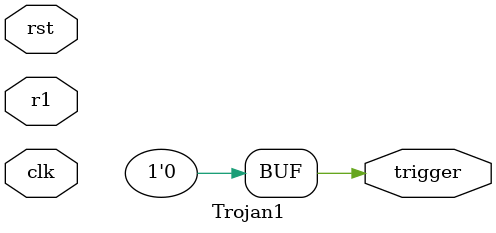
<source format=v>
module Trojan1(
	input clk,
	input rst,
	input r1,
	output trigger
);
	// Clean version - never triggers
	assign trigger = 1'b0;

endmodule
</source>
